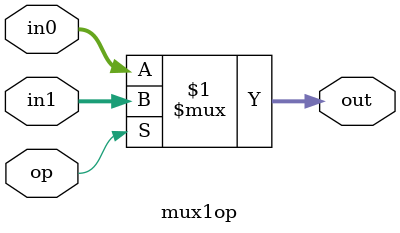
<source format=v>
`timescale 1ns / 1ps
module mux3op(in0,in1,in2,in3,in4,in5,in6,in7,op,out
    );
input [31:0] in0,in1,in2,in3,in4,in5,in6,in7;
input [2:0]op;
output reg [31:0] out;
always @(*)
begin
	case(op)
		3'b000:out=in0;
		3'b001:out=in1;
		3'b010:out=in2;
		3'b011:out=in3;
		3'b100:out=in4;
		3'b101:out=in5;
		3'b110:out=in6;
		3'b111:out=in7;
	endcase
end
endmodule

module mux2op(in0,in1,in2,in3,op,out);
input [31:0]in0,in1,in2,in3;
input [1:0]op;
output reg [31:0]out;
always @(*)
begin
	case(op)
		2'b00:out=in0;
		2'b01:out=in1;
		2'b10:out=in2;
		2'b11:out=in3;
	endcase
end
endmodule

module mux1op(in0,in1,op,out);
input [31:0]in0,in1;
input op;
output [31:0]out;
assign out=op?in1:in0;
endmodule

</source>
